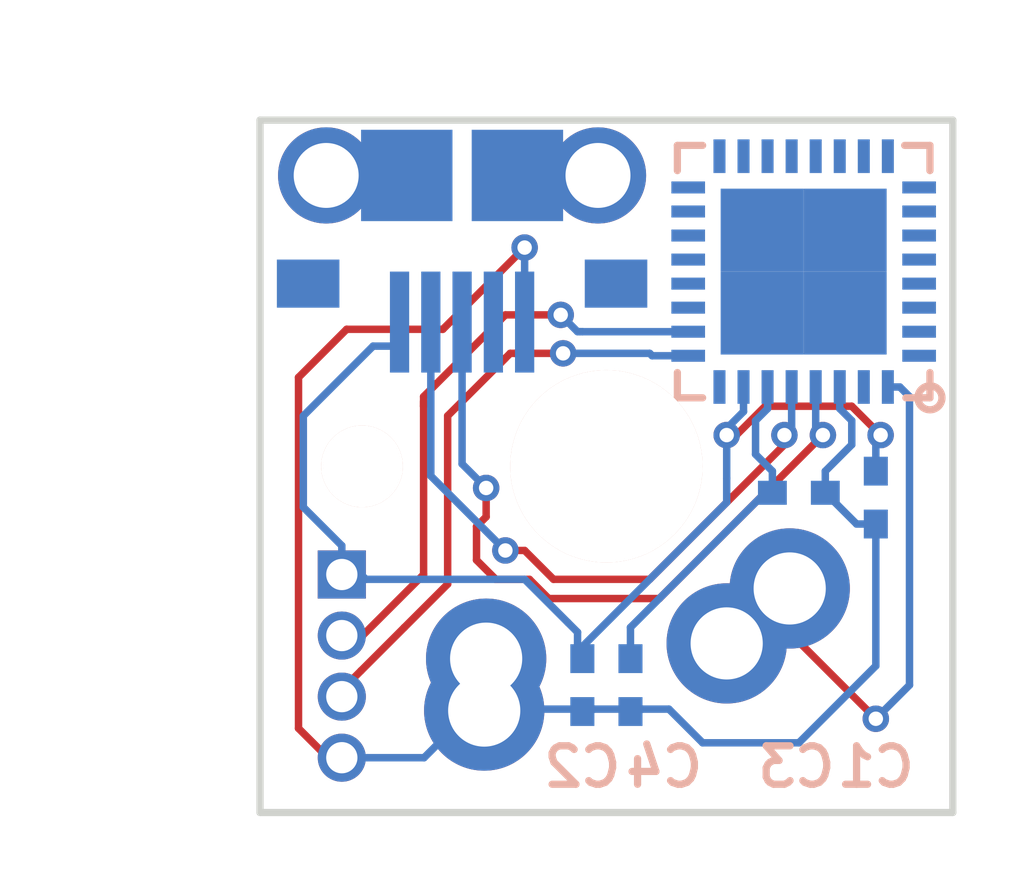
<source format=kicad_pcb>
(kicad_pcb (version 4) (host pcbnew 4.0.7)

  (general
    (links 25)
    (no_connects 5)
    (area 156.224999 88.974999 170.775001 103.525001)
    (thickness 1.6)
    (drawings 4)
    (tracks 127)
    (zones 0)
    (modules 8)
    (nets 35)
  )

  (page A4)
  (layers
    (0 F.Cu signal)
    (31 B.Cu signal)
    (32 B.Adhes user)
    (33 F.Adhes user)
    (34 B.Paste user)
    (35 F.Paste user)
    (36 B.SilkS user)
    (37 F.SilkS user)
    (38 B.Mask user)
    (39 F.Mask user)
    (40 Dwgs.User user)
    (41 Cmts.User user)
    (42 Eco1.User user)
    (43 Eco2.User user)
    (44 Edge.Cuts user)
    (45 Margin user)
    (46 B.CrtYd user)
    (47 F.CrtYd user)
    (48 B.Fab user)
    (49 F.Fab user)
  )

  (setup
    (last_trace_width 0.155)
    (trace_clearance 0.155)
    (zone_clearance 0.508)
    (zone_45_only no)
    (trace_min 0.155)
    (segment_width 0.2)
    (edge_width 0.15)
    (via_size 0.55)
    (via_drill 0.3)
    (via_min_size 0.4)
    (via_min_drill 0.3)
    (uvia_size 0.3)
    (uvia_drill 0.1)
    (uvias_allowed no)
    (uvia_min_size 0)
    (uvia_min_drill 0)
    (pcb_text_width 0.3)
    (pcb_text_size 1.5 1.5)
    (mod_edge_width 0.15)
    (mod_text_size 1 1)
    (mod_text_width 0.15)
    (pad_size 2 2)
    (pad_drill 1.35)
    (pad_to_mask_clearance 0.2)
    (aux_axis_origin 0 0)
    (visible_elements FFFFFF3F)
    (pcbplotparams
      (layerselection 0x00030_80000001)
      (usegerberextensions false)
      (excludeedgelayer true)
      (linewidth 0.100000)
      (plotframeref false)
      (viasonmask false)
      (mode 1)
      (useauxorigin false)
      (hpglpennumber 1)
      (hpglpenspeed 20)
      (hpglpendiameter 15)
      (hpglpenoverlay 2)
      (psnegative false)
      (psa4output false)
      (plotreference true)
      (plotvalue true)
      (plotinvisibletext false)
      (padsonsilk false)
      (subtractmaskfromsilk false)
      (outputformat 1)
      (mirror false)
      (drillshape 1)
      (scaleselection 1)
      (outputdirectory ""))
  )

  (net 0 "")
  (net 1 GND)
  (net 2 +3V3)
  (net 3 "Net-(J1-Pad6)")
  (net 4 "Net-(J1-Pad4)")
  (net 5 "Net-(J1-Pad3)")
  (net 6 "Net-(J1-Pad2)")
  (net 7 "Net-(J2-Pad2)")
  (net 8 "Net-(J2-Pad3)")
  (net 9 "Net-(U1-Pad2)")
  (net 10 "Net-(U1-Pad8)")
  (net 11 "Net-(U1-Pad27)")
  (net 12 "Net-(U1-Pad28)")
  (net 13 "Net-(U1-Pad29)")
  (net 14 "Net-(U1-Pad30)")
  (net 15 "Net-(U1-Pad31)")
  (net 16 "Net-(U1-Pad32)")
  (net 17 +5V)
  (net 18 "Net-(U1-Pad11)")
  (net 19 "Net-(U1-Pad12)")
  (net 20 "Net-(U1-Pad13)")
  (net 21 "Net-(U1-Pad14)")
  (net 22 "Net-(U1-Pad15)")
  (net 23 "Net-(U1-Pad16)")
  (net 24 "Net-(U1-Pad17)")
  (net 25 "Net-(U1-Pad18)")
  (net 26 "Net-(U1-Pad19)")
  (net 27 "Net-(U1-Pad20)")
  (net 28 "Net-(U1-Pad21)")
  (net 29 "Net-(U1-Pad22)")
  (net 30 "Net-(U1-Pad23)")
  (net 31 "Net-(U1-Pad24)")
  (net 32 "Net-(U1-Pad25)")
  (net 33 "Net-(U1-Pad26)")
  (net 34 "Net-(SW1-Pad2)")

  (net_class Default "This is the default net class."
    (clearance 0.155)
    (trace_width 0.155)
    (via_dia 0.55)
    (via_drill 0.3)
    (uvia_dia 0.3)
    (uvia_drill 0.1)
    (add_net +3V3)
    (add_net +5V)
    (add_net GND)
    (add_net "Net-(J1-Pad2)")
    (add_net "Net-(J1-Pad3)")
    (add_net "Net-(J1-Pad4)")
    (add_net "Net-(J1-Pad6)")
    (add_net "Net-(J2-Pad2)")
    (add_net "Net-(J2-Pad3)")
    (add_net "Net-(SW1-Pad2)")
    (add_net "Net-(U1-Pad11)")
    (add_net "Net-(U1-Pad12)")
    (add_net "Net-(U1-Pad13)")
    (add_net "Net-(U1-Pad14)")
    (add_net "Net-(U1-Pad15)")
    (add_net "Net-(U1-Pad16)")
    (add_net "Net-(U1-Pad17)")
    (add_net "Net-(U1-Pad18)")
    (add_net "Net-(U1-Pad19)")
    (add_net "Net-(U1-Pad2)")
    (add_net "Net-(U1-Pad20)")
    (add_net "Net-(U1-Pad21)")
    (add_net "Net-(U1-Pad22)")
    (add_net "Net-(U1-Pad23)")
    (add_net "Net-(U1-Pad24)")
    (add_net "Net-(U1-Pad25)")
    (add_net "Net-(U1-Pad26)")
    (add_net "Net-(U1-Pad27)")
    (add_net "Net-(U1-Pad28)")
    (add_net "Net-(U1-Pad29)")
    (add_net "Net-(U1-Pad30)")
    (add_net "Net-(U1-Pad31)")
    (add_net "Net-(U1-Pad32)")
    (add_net "Net-(U1-Pad8)")
  )

  (module connectors:Pin_Header_Angled_1x04_Pitch1.27mm_no_silk (layer B.Cu) (tedit 59BC8733) (tstamp 59BC6020)
    (at 158 98.5 180)
    (descr "Through hole angled pin header, 1x04, 1.27mm pitch, 4.0mm pin length, single row")
    (tags "Through hole angled pin header THT 1x04 1.27mm single row")
    (path /59BC8422)
    (fp_text reference J2 (at 2.4325 1.635 180) (layer Cmts.User)
      (effects (font (size 1 1) (thickness 0.15)))
    )
    (fp_text value Conn_01x04 (at 2.4325 -5.445 180) (layer B.Fab)
      (effects (font (size 1 1) (thickness 0.15)) (justify mirror))
    )
    (fp_line (start 1.5 0.635) (end 1.5 -4.445) (layer B.Fab) (width 0.1))
    (fp_line (start 1.5 -4.445) (end 0.5 -4.445) (layer B.Fab) (width 0.1))
    (fp_line (start 0.5 -4.445) (end 0.5 0.385) (layer B.Fab) (width 0.1))
    (fp_line (start 0.5 0.385) (end 0.75 0.635) (layer B.Fab) (width 0.1))
    (fp_line (start -0.2 0.2) (end 0.5 0.2) (layer B.Fab) (width 0.1))
    (fp_line (start -0.2 0.2) (end -0.2 -0.2) (layer B.Fab) (width 0.1))
    (fp_line (start -0.2 -0.2) (end 0.5 -0.2) (layer B.Fab) (width 0.1))
    (fp_line (start -0.2 -1.07) (end 0.5 -1.07) (layer B.Fab) (width 0.1))
    (fp_line (start -0.2 -1.07) (end -0.2 -1.47) (layer B.Fab) (width 0.1))
    (fp_line (start -0.2 -1.47) (end 0.5 -1.47) (layer B.Fab) (width 0.1))
    (fp_line (start -0.2 -2.34) (end 0.5 -2.34) (layer B.Fab) (width 0.1))
    (fp_line (start -0.2 -2.34) (end -0.2 -2.74) (layer B.Fab) (width 0.1))
    (fp_line (start -0.2 -2.74) (end 0.5 -2.74) (layer B.Fab) (width 0.1))
    (fp_line (start -0.2 -3.61) (end 0.5 -3.61) (layer B.Fab) (width 0.1))
    (fp_line (start -0.2 -3.61) (end -0.2 -4.01) (layer B.Fab) (width 0.1))
    (fp_line (start -0.2 -4.01) (end 0.5 -4.01) (layer B.Fab) (width 0.1))
    (fp_line (start -1.15 1.15) (end -1.15 -4.95) (layer B.CrtYd) (width 0.05))
    (fp_line (start -1.15 -4.95) (end 6 -4.95) (layer B.CrtYd) (width 0.05))
    (fp_line (start 6 -4.95) (end 6 1.15) (layer B.CrtYd) (width 0.05))
    (fp_line (start 6 1.15) (end -1.15 1.15) (layer B.CrtYd) (width 0.05))
    (pad 1 thru_hole rect (at 0 0 180) (size 1 1) (drill 0.65) (layers *.Cu *.Mask)
      (net 17 +5V))
    (pad 2 thru_hole oval (at 0 -1.27 180) (size 1 1) (drill 0.65) (layers *.Cu *.Mask)
      (net 7 "Net-(J2-Pad2)"))
    (pad 3 thru_hole oval (at 0 -2.54 180) (size 1 1) (drill 0.65) (layers *.Cu *.Mask)
      (net 8 "Net-(J2-Pad3)"))
    (pad 4 thru_hole oval (at 0 -3.81 180) (size 1 1) (drill 0.65) (layers *.Cu *.Mask)
      (net 1 GND))
    (model ${KISYS3DMOD}/Pin_Headers.3dshapes/Pin_Header_Angled_1x04_Pitch1.27mm.wrl
      (at (xyz 0 0 0))
      (scale (xyz 1 1 1))
      (rotate (xyz 0 0 0))
    )
  )

  (module Capacitors_SMD:C_0402_NoSilk (layer B.Cu) (tedit 59BC87AF) (tstamp 59BC5FF5)
    (at 169.1 96.9 270)
    (descr "Capacitor SMD 0402, reflow soldering, AVX (see smccp.pdf)")
    (tags "capacitor 0402")
    (path /59BC6727)
    (attr smd)
    (fp_text reference C1 (at 5.6 0 360) (layer B.SilkS)
      (effects (font (size 0.8 0.8) (thickness 0.15)) (justify mirror))
    )
    (fp_text value 0.1uF (at 0 -1.27 270) (layer B.Fab)
      (effects (font (size 1 1) (thickness 0.15)) (justify mirror))
    )
    (fp_text user %R (at 0 1.27 270) (layer B.Fab)
      (effects (font (size 1 1) (thickness 0.15)) (justify mirror))
    )
    (fp_line (start -0.5 -0.25) (end -0.5 0.25) (layer B.Fab) (width 0.1))
    (fp_line (start 0.5 -0.25) (end -0.5 -0.25) (layer B.Fab) (width 0.1))
    (fp_line (start 0.5 0.25) (end 0.5 -0.25) (layer B.Fab) (width 0.1))
    (fp_line (start -0.5 0.25) (end 0.5 0.25) (layer B.Fab) (width 0.1))
    (fp_line (start -1 0.4) (end 1 0.4) (layer B.CrtYd) (width 0.05))
    (fp_line (start -1 0.4) (end -1 -0.4) (layer B.CrtYd) (width 0.05))
    (fp_line (start 1 -0.4) (end 1 0.4) (layer B.CrtYd) (width 0.05))
    (fp_line (start 1 -0.4) (end -1 -0.4) (layer B.CrtYd) (width 0.05))
    (pad 1 smd rect (at -0.55 0 270) (size 0.6 0.5) (layers B.Cu B.Paste B.Mask)
      (net 17 +5V))
    (pad 2 smd rect (at 0.55 0 270) (size 0.6 0.5) (layers B.Cu B.Paste B.Mask)
      (net 1 GND))
    (model Capacitors_SMD.3dshapes/C_0402.wrl
      (at (xyz 0 0 0))
      (scale (xyz 1 1 1))
      (rotate (xyz 0 0 0))
    )
  )

  (module Capacitors_SMD:C_0402_NoSilk (layer B.Cu) (tedit 59BC87A4) (tstamp 59BC5FFB)
    (at 163 100.8 270)
    (descr "Capacitor SMD 0402, reflow soldering, AVX (see smccp.pdf)")
    (tags "capacitor 0402")
    (path /59BC6754)
    (attr smd)
    (fp_text reference C2 (at 1.7 0 360) (layer B.SilkS)
      (effects (font (size 0.8 0.8) (thickness 0.15)) (justify mirror))
    )
    (fp_text value 1uF (at 0 -1.27 270) (layer B.Fab)
      (effects (font (size 1 1) (thickness 0.15)) (justify mirror))
    )
    (fp_text user %R (at 0 1.27 270) (layer B.Fab)
      (effects (font (size 1 1) (thickness 0.15)) (justify mirror))
    )
    (fp_line (start -0.5 -0.25) (end -0.5 0.25) (layer B.Fab) (width 0.1))
    (fp_line (start 0.5 -0.25) (end -0.5 -0.25) (layer B.Fab) (width 0.1))
    (fp_line (start 0.5 0.25) (end 0.5 -0.25) (layer B.Fab) (width 0.1))
    (fp_line (start -0.5 0.25) (end 0.5 0.25) (layer B.Fab) (width 0.1))
    (fp_line (start -1 0.4) (end 1 0.4) (layer B.CrtYd) (width 0.05))
    (fp_line (start -1 0.4) (end -1 -0.4) (layer B.CrtYd) (width 0.05))
    (fp_line (start 1 -0.4) (end 1 0.4) (layer B.CrtYd) (width 0.05))
    (fp_line (start 1 -0.4) (end -1 -0.4) (layer B.CrtYd) (width 0.05))
    (pad 1 smd rect (at -0.55 0 270) (size 0.6 0.5) (layers B.Cu B.Paste B.Mask)
      (net 17 +5V))
    (pad 2 smd rect (at 0.55 0 270) (size 0.6 0.5) (layers B.Cu B.Paste B.Mask)
      (net 1 GND))
    (model Capacitors_SMD.3dshapes/C_0402.wrl
      (at (xyz 0 0 0))
      (scale (xyz 1 1 1))
      (rotate (xyz 0 0 0))
    )
  )

  (module Capacitors_SMD:C_0402_NoSilk (layer B.Cu) (tedit 59BC87AC) (tstamp 59BC6001)
    (at 167.5 96.8)
    (descr "Capacitor SMD 0402, reflow soldering, AVX (see smccp.pdf)")
    (tags "capacitor 0402")
    (path /59BC6871)
    (attr smd)
    (fp_text reference C3 (at -0.05 5.7) (layer B.SilkS)
      (effects (font (size 0.8 0.8) (thickness 0.15)) (justify mirror))
    )
    (fp_text value 0.1uF (at 0 -1.27) (layer B.Fab)
      (effects (font (size 1 1) (thickness 0.15)) (justify mirror))
    )
    (fp_text user %R (at 0 1.27) (layer B.Fab)
      (effects (font (size 1 1) (thickness 0.15)) (justify mirror))
    )
    (fp_line (start -0.5 -0.25) (end -0.5 0.25) (layer B.Fab) (width 0.1))
    (fp_line (start 0.5 -0.25) (end -0.5 -0.25) (layer B.Fab) (width 0.1))
    (fp_line (start 0.5 0.25) (end 0.5 -0.25) (layer B.Fab) (width 0.1))
    (fp_line (start -0.5 0.25) (end 0.5 0.25) (layer B.Fab) (width 0.1))
    (fp_line (start -1 0.4) (end 1 0.4) (layer B.CrtYd) (width 0.05))
    (fp_line (start -1 0.4) (end -1 -0.4) (layer B.CrtYd) (width 0.05))
    (fp_line (start 1 -0.4) (end 1 0.4) (layer B.CrtYd) (width 0.05))
    (fp_line (start 1 -0.4) (end -1 -0.4) (layer B.CrtYd) (width 0.05))
    (pad 1 smd rect (at -0.55 0) (size 0.6 0.5) (layers B.Cu B.Paste B.Mask)
      (net 2 +3V3))
    (pad 2 smd rect (at 0.55 0) (size 0.6 0.5) (layers B.Cu B.Paste B.Mask)
      (net 1 GND))
    (model Capacitors_SMD.3dshapes/C_0402.wrl
      (at (xyz 0 0 0))
      (scale (xyz 1 1 1))
      (rotate (xyz 0 0 0))
    )
  )

  (module Capacitors_SMD:C_0402_NoSilk (layer B.Cu) (tedit 59BC878A) (tstamp 59BC6007)
    (at 164 100.8 270)
    (descr "Capacitor SMD 0402, reflow soldering, AVX (see smccp.pdf)")
    (tags "capacitor 0402")
    (path /59BC686B)
    (attr smd)
    (fp_text reference C4 (at 1.7 -0.7 360) (layer B.SilkS)
      (effects (font (size 0.8 0.8) (thickness 0.15)) (justify mirror))
    )
    (fp_text value 1uF (at 0 -1.27 270) (layer B.Fab)
      (effects (font (size 1 1) (thickness 0.15)) (justify mirror))
    )
    (fp_text user %R (at 0 1.27 270) (layer B.Fab)
      (effects (font (size 1 1) (thickness 0.15)) (justify mirror))
    )
    (fp_line (start -0.5 -0.25) (end -0.5 0.25) (layer B.Fab) (width 0.1))
    (fp_line (start 0.5 -0.25) (end -0.5 -0.25) (layer B.Fab) (width 0.1))
    (fp_line (start 0.5 0.25) (end 0.5 -0.25) (layer B.Fab) (width 0.1))
    (fp_line (start -0.5 0.25) (end 0.5 0.25) (layer B.Fab) (width 0.1))
    (fp_line (start -1 0.4) (end 1 0.4) (layer B.CrtYd) (width 0.05))
    (fp_line (start -1 0.4) (end -1 -0.4) (layer B.CrtYd) (width 0.05))
    (fp_line (start 1 -0.4) (end 1 0.4) (layer B.CrtYd) (width 0.05))
    (fp_line (start 1 -0.4) (end -1 -0.4) (layer B.CrtYd) (width 0.05))
    (pad 1 smd rect (at -0.55 0 270) (size 0.6 0.5) (layers B.Cu B.Paste B.Mask)
      (net 2 +3V3))
    (pad 2 smd rect (at 0.55 0 270) (size 0.6 0.5) (layers B.Cu B.Paste B.Mask)
      (net 1 GND))
    (model Capacitors_SMD.3dshapes/C_0402.wrl
      (at (xyz 0 0 0))
      (scale (xyz 1 1 1))
      (rotate (xyz 0 0 0))
    )
  )

  (module key_switch:Cherry_MX_Matias_No_Silk_Border (layer B.Cu) (tedit 59BC8171) (tstamp 59BC8094)
    (at 163.5 96.25)
    (tags switch)
    (path /59BC89F2)
    (fp_text reference SW1 (at 0 -6) (layer Cmts.User)
      (effects (font (thickness 0.3048)))
    )
    (fp_text value SW_Push (at 1 -3.5) (layer F.Fab) hide
      (effects (font (thickness 0.3048)))
    )
    (pad 2 thru_hole circle (at 2.5 3.683) (size 2.5 2.5) (drill 1.5) (layers *.Cu *.Mask)
      (net 34 "Net-(SW1-Pad2)"))
    (pad 2 thru_hole circle (at 3.81 2.54) (size 2.5 2.5) (drill 1.5) (layers *.Cu *.Mask)
      (net 34 "Net-(SW1-Pad2)"))
    (pad "" np_thru_hole circle (at 0 0) (size 4 4) (drill 4) (layers *.Cu *.Mask B.SilkS))
    (pad "" np_thru_hole circle (at -5.08 0) (size 1.7 1.7) (drill 1.7) (layers *.Cu *.Mask B.SilkS))
    (pad 1 thru_hole circle (at -2.54 5.08) (size 2.5 2.5) (drill 1.5) (layers *.Cu *.Mask)
      (net 1 GND))
    (pad 1 thru_hole circle (at -2.5 4) (size 2.5 2.5) (drill 1.5) (layers *.Cu *.Mask)
      (net 1 GND))
    (model cherry_mx1.wrl
      (at (xyz 0 0 0))
      (scale (xyz 1 1 1))
      (rotate (xyz 0 0 0))
    )
  )

  (module usb_connector:micro_usb_no_silk (layer B.Cu) (tedit 59BC86E6) (tstamp 59BC6018)
    (at 160.5 92.2)
    (path /59BC6B97)
    (fp_text reference J1 (at -3.9 -4.05) (layer Cmts.User)
      (effects (font (size 1 1) (thickness 0.15)))
    )
    (fp_text value USB_OTG (at -0.07 -4.18) (layer B.Fab)
      (effects (font (size 1 1) (thickness 0.15)) (justify mirror))
    )
    (pad 6 smd rect (at -3.2 0.25) (size 1.3 1) (layers B.Cu B.Paste B.Mask)
      (net 3 "Net-(J1-Pad6)"))
    (pad 6 smd rect (at 3.2 0.25) (size 1.3 1) (layers B.Cu B.Paste B.Mask)
      (net 3 "Net-(J1-Pad6)"))
    (pad "" np_thru_hole circle (at -1.95 0.14) (size 0.6 0.6) (drill 0.6) (layers *.Cu *.Mask))
    (pad 6 smd rect (at -1.15 -2) (size 1.9 1.9) (layers B.Cu B.Paste B.Mask)
      (net 3 "Net-(J1-Pad6)"))
    (pad 6 thru_hole circle (at -2.825 -2) (size 2 2) (drill 1.35) (layers *.Cu *.Mask)
      (net 3 "Net-(J1-Pad6)"))
    (pad 5 smd rect (at 1.3 1.05) (size 0.4 2.1) (layers B.Cu B.Paste B.Mask)
      (net 1 GND))
    (pad 4 smd rect (at 0.65 1.05) (size 0.4 2.1) (layers B.Cu B.Paste B.Mask)
      (net 4 "Net-(J1-Pad4)"))
    (pad 3 smd rect (at 0 1.05) (size 0.4 2.1) (layers B.Cu B.Paste B.Mask)
      (net 5 "Net-(J1-Pad3)"))
    (pad 2 smd rect (at -0.65 1.05) (size 0.4 2.1) (layers B.Cu B.Paste B.Mask)
      (net 6 "Net-(J1-Pad2)"))
    (pad 1 smd rect (at -1.3 1.05) (size 0.4 2.1) (layers B.Cu B.Paste B.Mask)
      (net 17 +5V))
    (pad 6 thru_hole circle (at 2.825 -2) (size 2 2) (drill 1.35) (layers *.Cu *.Mask)
      (net 3 "Net-(J1-Pad6)"))
    (pad 6 smd rect (at 1.15 -2) (size 1.9 1.9) (layers B.Cu B.Paste B.Mask)
      (net 3 "Net-(J1-Pad6)"))
    (pad "" np_thru_hole circle (at 1.95 0.14) (size 0.6 0.6) (drill 0.6) (layers *.Cu *.Mask))
  )

  (module qfn:QFN-32-1EP_5x5mm_Pitch0.5mm (layer B.Cu) (tedit 59BC8661) (tstamp 59BC6051)
    (at 167.6 92.2 90)
    (descr "UH Package; 32-Lead Plastic QFN (5mm x 5mm); (see Linear Technology QFN_32_05-08-1693.pdf)")
    (tags "QFN 0.5")
    (path /59BC66D6)
    (attr smd)
    (fp_text reference U1 (at 0 3.75 90) (layer Cmts.User)
      (effects (font (size 1 1) (thickness 0.15)))
    )
    (fp_text value C8051F38x_32 (at 0 -3.75 90) (layer B.Fab)
      (effects (font (size 1 1) (thickness 0.15)) (justify mirror))
    )
    (fp_line (start -2.625 2.625) (end -2.625 2.125) (layer B.SilkS) (width 0.15))
    (fp_circle (center -2.625 2.625) (end -2.825 2.775) (layer B.SilkS) (width 0.15))
    (fp_line (start -1.5 2.5) (end 2.5 2.5) (layer B.Fab) (width 0.15))
    (fp_line (start 2.5 2.5) (end 2.5 -2.5) (layer B.Fab) (width 0.15))
    (fp_line (start 2.5 -2.5) (end -2.5 -2.5) (layer B.Fab) (width 0.15))
    (fp_line (start -2.5 -2.5) (end -2.5 1.5) (layer B.Fab) (width 0.15))
    (fp_line (start -2.5 1.5) (end -1.5 2.5) (layer B.Fab) (width 0.15))
    (fp_line (start -3 3) (end -3 -3) (layer B.CrtYd) (width 0.05))
    (fp_line (start 3 3) (end 3 -3) (layer B.CrtYd) (width 0.05))
    (fp_line (start -3 3) (end 3 3) (layer B.CrtYd) (width 0.05))
    (fp_line (start -3 -3) (end 3 -3) (layer B.CrtYd) (width 0.05))
    (fp_line (start 2.625 2.625) (end 2.625 2.1) (layer B.SilkS) (width 0.15))
    (fp_line (start -2.625 -2.625) (end -2.625 -2.1) (layer B.SilkS) (width 0.15))
    (fp_line (start 2.625 -2.625) (end 2.625 -2.1) (layer B.SilkS) (width 0.15))
    (fp_line (start -2.625 2.625) (end -2.1 2.625) (layer B.SilkS) (width 0.15))
    (fp_line (start -2.625 -2.625) (end -2.1 -2.625) (layer B.SilkS) (width 0.15))
    (fp_line (start 2.625 -2.625) (end 2.1 -2.625) (layer B.SilkS) (width 0.15))
    (fp_line (start 2.625 2.625) (end 2.1 2.625) (layer B.SilkS) (width 0.15))
    (pad 1 smd rect (at -2.4 1.75 90) (size 0.7 0.25) (layers B.Cu B.Paste B.Mask)
      (net 34 "Net-(SW1-Pad2)"))
    (pad 2 smd rect (at -2.4 1.25 90) (size 0.7 0.25) (layers B.Cu B.Paste B.Mask)
      (net 9 "Net-(U1-Pad2)"))
    (pad 3 smd rect (at -2.4 0.75 90) (size 0.7 0.25) (layers B.Cu B.Paste B.Mask)
      (net 1 GND))
    (pad 4 smd rect (at -2.4 0.25 90) (size 0.7 0.25) (layers B.Cu B.Paste B.Mask)
      (net 5 "Net-(J1-Pad3)"))
    (pad 5 smd rect (at -2.4 -0.25 90) (size 0.7 0.25) (layers B.Cu B.Paste B.Mask)
      (net 6 "Net-(J1-Pad2)"))
    (pad 6 smd rect (at -2.4 -0.75 90) (size 0.7 0.25) (layers B.Cu B.Paste B.Mask)
      (net 2 +3V3))
    (pad 7 smd rect (at -2.4 -1.25 90) (size 0.7 0.25) (layers B.Cu B.Paste B.Mask)
      (net 17 +5V))
    (pad 8 smd rect (at -2.4 -1.75 90) (size 0.7 0.25) (layers B.Cu B.Paste B.Mask)
      (net 10 "Net-(U1-Pad8)"))
    (pad 9 smd rect (at -1.75 -2.4) (size 0.7 0.25) (layers B.Cu B.Paste B.Mask)
      (net 8 "Net-(J2-Pad3)"))
    (pad 10 smd rect (at -1.25 -2.4) (size 0.7 0.25) (layers B.Cu B.Paste B.Mask)
      (net 7 "Net-(J2-Pad2)"))
    (pad 11 smd rect (at -0.75 -2.4) (size 0.7 0.25) (layers B.Cu B.Paste B.Mask)
      (net 18 "Net-(U1-Pad11)"))
    (pad 12 smd rect (at -0.25 -2.4) (size 0.7 0.25) (layers B.Cu B.Paste B.Mask)
      (net 19 "Net-(U1-Pad12)"))
    (pad 13 smd rect (at 0.25 -2.4) (size 0.7 0.25) (layers B.Cu B.Paste B.Mask)
      (net 20 "Net-(U1-Pad13)"))
    (pad 14 smd rect (at 0.75 -2.4) (size 0.7 0.25) (layers B.Cu B.Paste B.Mask)
      (net 21 "Net-(U1-Pad14)"))
    (pad 15 smd rect (at 1.25 -2.4) (size 0.7 0.25) (layers B.Cu B.Paste B.Mask)
      (net 22 "Net-(U1-Pad15)"))
    (pad 16 smd rect (at 1.75 -2.4) (size 0.7 0.25) (layers B.Cu B.Paste B.Mask)
      (net 23 "Net-(U1-Pad16)"))
    (pad 17 smd rect (at 2.4 -1.75 90) (size 0.7 0.25) (layers B.Cu B.Paste B.Mask)
      (net 24 "Net-(U1-Pad17)"))
    (pad 18 smd rect (at 2.4 -1.25 90) (size 0.7 0.25) (layers B.Cu B.Paste B.Mask)
      (net 25 "Net-(U1-Pad18)"))
    (pad 19 smd rect (at 2.4 -0.75 90) (size 0.7 0.25) (layers B.Cu B.Paste B.Mask)
      (net 26 "Net-(U1-Pad19)"))
    (pad 20 smd rect (at 2.4 -0.25 90) (size 0.7 0.25) (layers B.Cu B.Paste B.Mask)
      (net 27 "Net-(U1-Pad20)"))
    (pad 21 smd rect (at 2.4 0.25 90) (size 0.7 0.25) (layers B.Cu B.Paste B.Mask)
      (net 28 "Net-(U1-Pad21)"))
    (pad 22 smd rect (at 2.4 0.75 90) (size 0.7 0.25) (layers B.Cu B.Paste B.Mask)
      (net 29 "Net-(U1-Pad22)"))
    (pad 23 smd rect (at 2.4 1.25 90) (size 0.7 0.25) (layers B.Cu B.Paste B.Mask)
      (net 30 "Net-(U1-Pad23)"))
    (pad 24 smd rect (at 2.4 1.75 90) (size 0.7 0.25) (layers B.Cu B.Paste B.Mask)
      (net 31 "Net-(U1-Pad24)"))
    (pad 25 smd rect (at 1.75 2.4) (size 0.7 0.25) (layers B.Cu B.Paste B.Mask)
      (net 32 "Net-(U1-Pad25)"))
    (pad 26 smd rect (at 1.25 2.4) (size 0.7 0.25) (layers B.Cu B.Paste B.Mask)
      (net 33 "Net-(U1-Pad26)"))
    (pad 27 smd rect (at 0.75 2.4) (size 0.7 0.25) (layers B.Cu B.Paste B.Mask)
      (net 11 "Net-(U1-Pad27)"))
    (pad 28 smd rect (at 0.25 2.4) (size 0.7 0.25) (layers B.Cu B.Paste B.Mask)
      (net 12 "Net-(U1-Pad28)"))
    (pad 29 smd rect (at -0.25 2.4) (size 0.7 0.25) (layers B.Cu B.Paste B.Mask)
      (net 13 "Net-(U1-Pad29)"))
    (pad 30 smd rect (at -0.75 2.4) (size 0.7 0.25) (layers B.Cu B.Paste B.Mask)
      (net 14 "Net-(U1-Pad30)"))
    (pad 31 smd rect (at -1.25 2.4) (size 0.7 0.25) (layers B.Cu B.Paste B.Mask)
      (net 15 "Net-(U1-Pad31)"))
    (pad 32 smd rect (at -1.75 2.4) (size 0.7 0.25) (layers B.Cu B.Paste B.Mask)
      (net 16 "Net-(U1-Pad32)"))
    (pad 33 smd rect (at 0.8625 -0.8625 90) (size 1.725 1.725) (layers B.Cu B.Paste B.Mask)
      (solder_paste_margin_ratio -0.2))
    (pad 33 smd rect (at 0.8625 0.8625 90) (size 1.725 1.725) (layers B.Cu B.Paste B.Mask)
      (solder_paste_margin_ratio -0.2))
    (pad 33 smd rect (at -0.8625 -0.8625 90) (size 1.725 1.725) (layers B.Cu B.Paste B.Mask)
      (solder_paste_margin_ratio -0.2))
    (pad 33 smd rect (at -0.8625 0.8625 90) (size 1.725 1.725) (layers B.Cu B.Paste B.Mask)
      (solder_paste_margin_ratio -0.2))
    (model ${KISYS3DMOD}/Housings_DFN_QFN.3dshapes/QFN-32-1EP_5x5mm_Pitch0.5mm.wrl
      (at (xyz 0 0 0))
      (scale (xyz 1 1 1))
      (rotate (xyz 0 0 0))
    )
  )

  (gr_line (start 156.3 103.45) (end 156.3 89.05) (angle 90) (layer Edge.Cuts) (width 0.15))
  (gr_line (start 170.7 103.45) (end 156.3 103.45) (angle 90) (layer Edge.Cuts) (width 0.15))
  (gr_line (start 170.7 89.05) (end 170.7 103.45) (angle 90) (layer Edge.Cuts) (width 0.15))
  (gr_line (start 156.3 89.05) (end 170.7 89.05) (angle 90) (layer Edge.Cuts) (width 0.15))

  (segment (start 158 102.31) (end 157.71 102.31) (width 0.155) (layer F.Cu) (net 1) (status 30))
  (segment (start 157.71 102.31) (end 157.1 101.7) (width 0.155) (layer F.Cu) (net 1) (tstamp 59BC6C61) (status 10))
  (segment (start 161.8 91.7) (end 161.8 93.25) (width 0.155) (layer B.Cu) (net 1) (tstamp 59BC6C70) (status 20))
  (via (at 161.8 91.7) (size 0.55) (drill 0.3) (layers F.Cu B.Cu) (net 1))
  (segment (start 160.1 93.4) (end 161.8 91.7) (width 0.155) (layer F.Cu) (net 1) (tstamp 59BC6C6C))
  (segment (start 158.1 93.4) (end 160.1 93.4) (width 0.155) (layer F.Cu) (net 1) (tstamp 59BC6C6A))
  (segment (start 157.1 94.4) (end 158.1 93.4) (width 0.155) (layer F.Cu) (net 1) (tstamp 59BC6C65))
  (segment (start 157.1 101.7) (end 157.1 94.4) (width 0.155) (layer F.Cu) (net 1) (tstamp 59BC6C62))
  (segment (start 158 102.31) (end 159.71 102.31) (width 0.155) (layer B.Cu) (net 1) (status 10))
  (segment (start 164.25 101.3) (end 164.8 101.3) (width 0.155) (layer B.Cu) (net 1) (status 10))
  (segment (start 169.1 100.4) (end 169.1 97.45) (width 0.155) (layer B.Cu) (net 1) (tstamp 59BC6AF7) (status 20))
  (segment (start 167.5 102) (end 169.1 100.4) (width 0.155) (layer B.Cu) (net 1) (tstamp 59BC6AF5))
  (segment (start 165.5 102) (end 167.5 102) (width 0.155) (layer B.Cu) (net 1) (tstamp 59BC6AF3))
  (segment (start 164.8 101.3) (end 165.5 102) (width 0.155) (layer B.Cu) (net 1) (tstamp 59BC6AF1))
  (segment (start 168.35 94.6) (end 168.35 95.05) (width 0.155) (layer B.Cu) (net 1) (status 10))
  (segment (start 168.05 96.35) (end 168.05 96.8) (width 0.155) (layer B.Cu) (net 1) (tstamp 59BC6A8E) (status 20))
  (segment (start 168.6 95.8) (end 168.05 96.35) (width 0.155) (layer B.Cu) (net 1) (tstamp 59BC6A8D))
  (segment (start 168.6 95.3) (end 168.6 95.8) (width 0.155) (layer B.Cu) (net 1) (tstamp 59BC6A8C))
  (segment (start 168.35 95.05) (end 168.6 95.3) (width 0.155) (layer B.Cu) (net 1) (tstamp 59BC6A8B))
  (segment (start 169.1 97.45) (end 168.7 97.45) (width 0.155) (layer B.Cu) (net 1) (status 10))
  (segment (start 168.7 97.45) (end 168.05 96.8) (width 0.155) (layer B.Cu) (net 1) (tstamp 59BC6A83) (status 20))
  (segment (start 163.25 101.3) (end 164.25 101.3) (width 0.155) (layer B.Cu) (net 1) (status 30))
  (segment (start 159.71 102.31) (end 160.98 101.04) (width 0.155) (layer B.Cu) (net 1) (tstamp 59BC6B03) (status 20))
  (segment (start 163.25 101.3) (end 161.24 101.3) (width 0.155) (layer B.Cu) (net 1) (status 30))
  (segment (start 161.24 101.3) (end 160.98 101.04) (width 0.155) (layer B.Cu) (net 1) (tstamp 59BC6AFE) (status 30))
  (segment (start 164 100.25) (end 164 99.6) (width 0.155) (layer B.Cu) (net 2))
  (segment (start 164 99.6) (end 166.8 96.8) (width 0.155) (layer B.Cu) (net 2) (tstamp 59BC90BD))
  (segment (start 166.8 96.8) (end 166.95 96.8) (width 0.155) (layer B.Cu) (net 2) (tstamp 59BC90BF))
  (segment (start 166.85 94.6) (end 166.85 95.05) (width 0.155) (layer B.Cu) (net 2) (status 10))
  (segment (start 166.95 96.35) (end 166.95 96.8) (width 0.155) (layer B.Cu) (net 2) (tstamp 59BC69EE) (status 20))
  (segment (start 166.6 96) (end 166.95 96.35) (width 0.155) (layer B.Cu) (net 2) (tstamp 59BC69EC))
  (segment (start 166.6 95.3) (end 166.6 96) (width 0.155) (layer B.Cu) (net 2) (tstamp 59BC69EB))
  (segment (start 166.85 95.05) (end 166.6 95.3) (width 0.155) (layer B.Cu) (net 2) (tstamp 59BC69EA))
  (segment (start 164.6 99) (end 162.3 99) (width 0.155) (layer F.Cu) (net 5))
  (segment (start 167.85 94.6) (end 167.85 95.45) (width 0.155) (layer B.Cu) (net 5) (status 10))
  (segment (start 168 95.6) (end 164.6 99) (width 0.155) (layer F.Cu) (net 5) (tstamp 59BC69CD))
  (via (at 168 95.6) (size 0.55) (drill 0.3) (layers F.Cu B.Cu) (net 5))
  (segment (start 167.85 95.45) (end 168 95.6) (width 0.155) (layer B.Cu) (net 5) (tstamp 59BC69C9))
  (segment (start 161 97.3) (end 161 96.7) (width 0.155) (layer F.Cu) (net 5) (tstamp 59BC917A))
  (segment (start 160.8 97.5) (end 161 97.3) (width 0.155) (layer F.Cu) (net 5) (tstamp 59BC9179))
  (segment (start 160.8 98.2) (end 160.8 97.5) (width 0.155) (layer F.Cu) (net 5) (tstamp 59BC9178))
  (segment (start 161.2 98.6) (end 160.8 98.2) (width 0.155) (layer F.Cu) (net 5) (tstamp 59BC9177))
  (segment (start 161.9 98.6) (end 161.2 98.6) (width 0.155) (layer F.Cu) (net 5) (tstamp 59BC9176))
  (segment (start 162.3 99) (end 161.9 98.6) (width 0.155) (layer F.Cu) (net 5) (tstamp 59BC9175))
  (segment (start 160.5 96.2) (end 160.5 93.25) (width 0.155) (layer B.Cu) (net 5) (tstamp 59BC6BF2) (status 20))
  (segment (start 161 96.7) (end 160.5 96.2) (width 0.155) (layer B.Cu) (net 5) (tstamp 59BC6BF1))
  (via (at 161 96.7) (size 0.55) (drill 0.3) (layers F.Cu B.Cu) (net 5))
  (segment (start 164.4 98.6) (end 162.4 98.6) (width 0.155) (layer F.Cu) (net 6))
  (via (at 161.4 98) (size 0.55) (drill 0.3) (layers F.Cu B.Cu) (net 6))
  (segment (start 161.4 98) (end 159.85 96.45) (width 0.155) (layer B.Cu) (net 6) (tstamp 59BC6BE6))
  (segment (start 159.85 93.25) (end 159.85 96.45) (width 0.155) (layer B.Cu) (net 6) (tstamp 59BC6BE7) (status 20))
  (segment (start 167.2 95.6) (end 167.2 95.8) (width 0.155) (layer F.Cu) (net 6))
  (segment (start 167.2 95.8) (end 164.4 98.6) (width 0.155) (layer F.Cu) (net 6) (tstamp 59BC69BA))
  (segment (start 167.35 95.45) (end 167.35 94.6) (width 0.155) (layer B.Cu) (net 6) (status 10))
  (via (at 167.2 95.6) (size 0.55) (drill 0.3) (layers F.Cu B.Cu) (net 6))
  (segment (start 167.35 95.45) (end 167.2 95.6) (width 0.155) (layer B.Cu) (net 6) (tstamp 59BC6994))
  (segment (start 161.8 98) (end 161.4 98) (width 0.155) (layer F.Cu) (net 6) (tstamp 59BC9172))
  (segment (start 162.4 98.6) (end 161.8 98) (width 0.155) (layer F.Cu) (net 6) (tstamp 59BC9171))
  (segment (start 162.95 93.45) (end 162.9 93.45) (width 0.155) (layer B.Cu) (net 7))
  (segment (start 165.2 93.45) (end 163 93.45) (width 0.155) (layer B.Cu) (net 7))
  (via (at 162.55 93.1) (size 0.55) (drill 0.3) (layers F.Cu B.Cu) (net 7))
  (segment (start 162.55 93.1) (end 161.4 93.1) (width 0.155) (layer F.Cu) (net 7) (tstamp 59BC91C5))
  (segment (start 161.4 93.1) (end 161.3 93.2) (width 0.155) (layer F.Cu) (net 7) (tstamp 59BC91C6))
  (segment (start 159.7 94.8) (end 159.7 95) (width 0.155) (layer F.Cu) (net 7) (tstamp 59BC91A9))
  (segment (start 161.3 93.2) (end 159.7 94.8) (width 0.155) (layer F.Cu) (net 7) (tstamp 59BC91A8))
  (segment (start 163 93.45) (end 162.95 93.45) (width 0.155) (layer B.Cu) (net 7))
  (segment (start 162.9 93.45) (end 162.55 93.1) (width 0.155) (layer B.Cu) (net 7) (tstamp 59BC91D0))
  (segment (start 159.7 98.5) (end 158.43 99.77) (width 0.155) (layer F.Cu) (net 7) (tstamp 59BC6BFE) (status 20))
  (segment (start 159.7 94.9) (end 159.7 95) (width 0.155) (layer F.Cu) (net 7) (tstamp 59BC6BFA))
  (segment (start 159.7 95) (end 159.7 98.5) (width 0.155) (layer F.Cu) (net 7) (tstamp 59BC91AC))
  (segment (start 158.43 99.77) (end 158 99.77) (width 0.155) (layer F.Cu) (net 7) (tstamp 59BC6C01) (status 30))
  (segment (start 165.2 93.95) (end 164.45 93.95) (width 0.155) (layer B.Cu) (net 8))
  (segment (start 161.5 93.9) (end 161.3 94.1) (width 0.155) (layer F.Cu) (net 8) (tstamp 59BC91B8))
  (segment (start 161.6 93.9) (end 161.5 93.9) (width 0.155) (layer F.Cu) (net 8) (tstamp 59BC91B7))
  (segment (start 162.6 93.9) (end 161.6 93.9) (width 0.155) (layer F.Cu) (net 8) (tstamp 59BC91B6))
  (via (at 162.6 93.9) (size 0.55) (drill 0.3) (layers F.Cu B.Cu) (net 8))
  (segment (start 164.4 93.9) (end 162.6 93.9) (width 0.155) (layer B.Cu) (net 8) (tstamp 59BC91B4))
  (segment (start 164.45 93.95) (end 164.4 93.9) (width 0.155) (layer B.Cu) (net 8) (tstamp 59BC91B3))
  (segment (start 158 101.04) (end 158 100.9) (width 0.155) (layer F.Cu) (net 8))
  (segment (start 158 100.9) (end 158.4 100.5) (width 0.155) (layer F.Cu) (net 8) (tstamp 59BC9192))
  (segment (start 159.3 99.6) (end 160.2 98.7) (width 0.155) (layer F.Cu) (net 8) (tstamp 59BC9184))
  (segment (start 160.2 95.2) (end 160.2 98.7) (width 0.155) (layer F.Cu) (net 8) (tstamp 59BC6C1C))
  (segment (start 161.4 94) (end 161.3 94.1) (width 0.155) (layer F.Cu) (net 8) (tstamp 59BC6C18))
  (segment (start 161.3 94.1) (end 160.2 95.2) (width 0.155) (layer F.Cu) (net 8) (tstamp 59BC91BB))
  (segment (start 159.3 99.6) (end 158.4 100.5) (width 0.155) (layer F.Cu) (net 8))
  (segment (start 158 101.04) (end 158 101) (width 0.155) (layer F.Cu) (net 8))
  (segment (start 158 101.04) (end 158.06 101.04) (width 0.155) (layer B.Cu) (net 8) (status 30))
  (segment (start 166 95.6) (end 166 95.46159) (width 0.155) (layer B.Cu) (net 17))
  (segment (start 166.35 95.11159) (end 166.35 94.6) (width 0.155) (layer B.Cu) (net 17) (tstamp 59BC9168))
  (segment (start 166 95.46159) (end 166.35 95.11159) (width 0.155) (layer B.Cu) (net 17) (tstamp 59BC9167))
  (segment (start 163 100.25) (end 163 100) (width 0.155) (layer B.Cu) (net 17))
  (segment (start 163 100) (end 166 97) (width 0.155) (layer B.Cu) (net 17) (tstamp 59BC90B3))
  (segment (start 166 97) (end 166 96.5) (width 0.155) (layer B.Cu) (net 17) (tstamp 59BC90B4))
  (segment (start 166 96.5) (end 166 95.6) (width 0.155) (layer B.Cu) (net 17) (tstamp 59BC90B7))
  (segment (start 163 100.25) (end 163 100.2) (width 0.155) (layer B.Cu) (net 17))
  (segment (start 162.9 100.15) (end 162.9 99.7) (width 0.155) (layer B.Cu) (net 17))
  (segment (start 161.8 98.6) (end 158.5 98.6) (width 0.155) (layer B.Cu) (net 17) (tstamp 59BC80C3))
  (segment (start 161.8 98.6) (end 162.7 99.5) (width 0.155) (layer B.Cu) (net 17) (tstamp 59BC80C4))
  (segment (start 162.7 99.5) (end 162.9 99.7) (width 0.155) (layer B.Cu) (net 17))
  (segment (start 162.9 100.15) (end 163 100.25) (width 0.155) (layer B.Cu) (net 17) (tstamp 59BC8102))
  (segment (start 163 100.1) (end 163 100.25) (width 0.155) (layer B.Cu) (net 17) (tstamp 59BC80FE))
  (segment (start 162.9 100.15) (end 163 100.25) (width 0.155) (layer B.Cu) (net 17) (tstamp 59BC80F1))
  (segment (start 158 98.5) (end 158.4 98.5) (width 0.155) (layer B.Cu) (net 17))
  (segment (start 158.4 98.5) (end 158.5 98.6) (width 0.155) (layer B.Cu) (net 17) (tstamp 59BC80C2))
  (segment (start 169.1 96.35) (end 169.1 95.7) (width 0.155) (layer B.Cu) (net 17) (status 10))
  (segment (start 168.6 95) (end 166.8 95) (width 0.155) (layer F.Cu) (net 17) (tstamp 59BC6A95))
  (segment (start 169.2 95.6) (end 168.6 95) (width 0.155) (layer F.Cu) (net 17) (tstamp 59BC6A94))
  (via (at 169.2 95.6) (size 0.55) (drill 0.3) (layers F.Cu B.Cu) (net 17))
  (segment (start 169.1 95.7) (end 169.2 95.6) (width 0.155) (layer B.Cu) (net 17) (tstamp 59BC6A91))
  (segment (start 166 95.6) (end 166.2 95.6) (width 0.155) (layer F.Cu) (net 17))
  (segment (start 166.1 95.7) (end 166 95.6) (width 0.155) (layer B.Cu) (net 17) (tstamp 59BC6A16))
  (via (at 166 95.6) (size 0.55) (drill 0.3) (layers F.Cu B.Cu) (net 17))
  (segment (start 166.2 95.6) (end 166.8 95) (width 0.155) (layer F.Cu) (net 17) (tstamp 59BC6A69))
  (segment (start 157.2 97.1) (end 157.2 95.2) (width 0.155) (layer B.Cu) (net 17))
  (segment (start 158 98.5) (end 158 97.9) (width 0.155) (layer B.Cu) (net 17) (status 10))
  (segment (start 158 97.9) (end 157.2 97.1) (width 0.155) (layer B.Cu) (net 17) (tstamp 59BC6616))
  (segment (start 158.65 93.75) (end 159.2 93.75) (width 0.155) (layer B.Cu) (net 17) (tstamp 59BC6886) (status 20))
  (segment (start 157.2 95.2) (end 158.65 93.75) (width 0.155) (layer B.Cu) (net 17) (tstamp 59BC6885))
  (segment (start 159.2 93.4) (end 159.2 92.8) (width 0.155) (layer B.Cu) (net 17) (tstamp 59BC661C) (status 30))
  (segment (start 158 98.44) (end 158.06 98.44) (width 0.155) (layer B.Cu) (net 17) (status 30))
  (segment (start 169.1 101.5) (end 167.12 99.52) (width 0.155) (layer F.Cu) (net 34) (tstamp 59BC6B60) (status 20))
  (via (at 169.1 101.5) (size 0.55) (drill 0.3) (layers F.Cu B.Cu) (net 34))
  (segment (start 169.8 100.8) (end 169.1 101.5) (width 0.155) (layer B.Cu) (net 34) (tstamp 59BC6B5C))
  (segment (start 169.8 94.8) (end 169.8 100.8) (width 0.155) (layer B.Cu) (net 34) (tstamp 59BC6B59))
  (segment (start 167.12 99.52) (end 166.905 99.52) (width 0.155) (layer F.Cu) (net 34) (tstamp 59BC6B61) (status 30))
  (segment (start 169.6 94.6) (end 169.8 94.8) (width 0.155) (layer B.Cu) (net 34) (tstamp 59BC6B58))
  (segment (start 169.35 94.6) (end 169.6 94.6) (width 0.155) (layer B.Cu) (net 34) (status 10))

)

</source>
